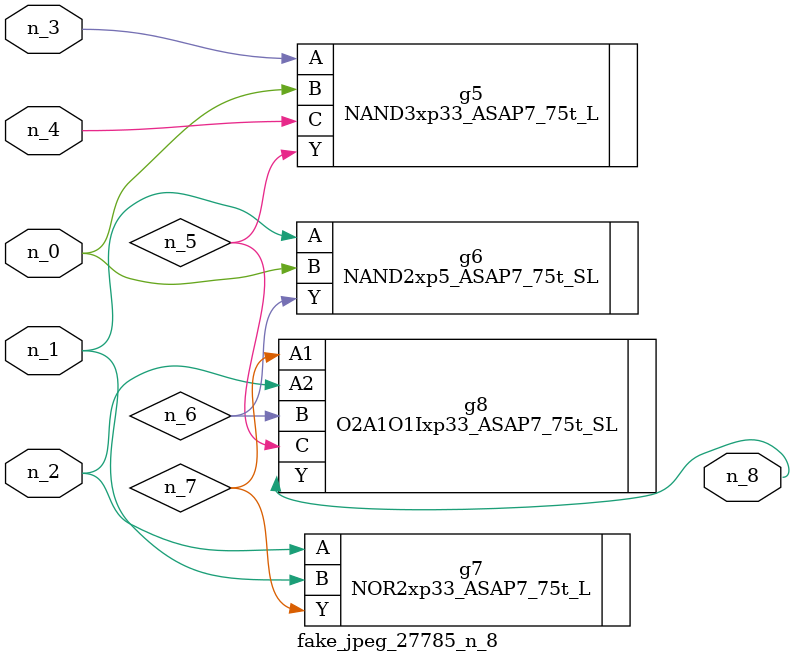
<source format=v>
module fake_jpeg_27785_n_8 (n_3, n_2, n_1, n_0, n_4, n_8);

input n_3;
input n_2;
input n_1;
input n_0;
input n_4;

output n_8;

wire n_6;
wire n_5;
wire n_7;

NAND3xp33_ASAP7_75t_L g5 ( 
.A(n_3),
.B(n_0),
.C(n_4),
.Y(n_5)
);

NAND2xp5_ASAP7_75t_SL g6 ( 
.A(n_1),
.B(n_0),
.Y(n_6)
);

NOR2xp33_ASAP7_75t_L g7 ( 
.A(n_2),
.B(n_1),
.Y(n_7)
);

O2A1O1Ixp33_ASAP7_75t_SL g8 ( 
.A1(n_7),
.A2(n_2),
.B(n_6),
.C(n_5),
.Y(n_8)
);


endmodule
</source>
